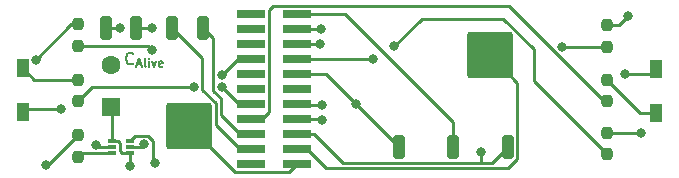
<source format=gbr>
%TF.GenerationSoftware,KiCad,Pcbnew,7.0.1*%
%TF.CreationDate,2023-04-18T16:42:21+09:00*%
%TF.ProjectId,dcc-adapter-board-kato-1.310-21mtc,6463632d-6164-4617-9074-65722d626f61,rev?*%
%TF.SameCoordinates,Original*%
%TF.FileFunction,Copper,L1,Top*%
%TF.FilePolarity,Positive*%
%FSLAX46Y46*%
G04 Gerber Fmt 4.6, Leading zero omitted, Abs format (unit mm)*
G04 Created by KiCad (PCBNEW 7.0.1) date 2023-04-18 16:42:21*
%MOMM*%
%LPD*%
G01*
G04 APERTURE LIST*
G04 Aperture macros list*
%AMRoundRect*
0 Rectangle with rounded corners*
0 $1 Rounding radius*
0 $2 $3 $4 $5 $6 $7 $8 $9 X,Y pos of 4 corners*
0 Add a 4 corners polygon primitive as box body*
4,1,4,$2,$3,$4,$5,$6,$7,$8,$9,$2,$3,0*
0 Add four circle primitives for the rounded corners*
1,1,$1+$1,$2,$3*
1,1,$1+$1,$4,$5*
1,1,$1+$1,$6,$7*
1,1,$1+$1,$8,$9*
0 Add four rect primitives between the rounded corners*
20,1,$1+$1,$2,$3,$4,$5,0*
20,1,$1+$1,$4,$5,$6,$7,0*
20,1,$1+$1,$6,$7,$8,$9,0*
20,1,$1+$1,$8,$9,$2,$3,0*%
G04 Aperture macros list end*
%ADD10C,0.150000*%
%TA.AperFunction,NonConductor*%
%ADD11C,0.150000*%
%TD*%
%TA.AperFunction,SMDPad,CuDef*%
%ADD12R,2.400000X0.740000*%
%TD*%
%TA.AperFunction,SMDPad,CuDef*%
%ADD13RoundRect,0.237500X0.237500X-0.250000X0.237500X0.250000X-0.237500X0.250000X-0.237500X-0.250000X0*%
%TD*%
%TA.AperFunction,SMDPad,CuDef*%
%ADD14RoundRect,0.250000X-0.250000X-0.750000X0.250000X-0.750000X0.250000X0.750000X-0.250000X0.750000X0*%
%TD*%
%TA.AperFunction,SMDPad,CuDef*%
%ADD15R,0.700000X0.340000*%
%TD*%
%TA.AperFunction,ComponentPad*%
%ADD16RoundRect,0.250002X-1.699998X-1.699998X1.699998X-1.699998X1.699998X1.699998X-1.699998X1.699998X0*%
%TD*%
%TA.AperFunction,SMDPad,CuDef*%
%ADD17RoundRect,0.203704X-0.346296X0.596296X-0.346296X-0.596296X0.346296X-0.596296X0.346296X0.596296X0*%
%TD*%
%TA.AperFunction,SMDPad,CuDef*%
%ADD18RoundRect,0.203704X0.346296X-0.596296X0.346296X0.596296X-0.346296X0.596296X-0.346296X-0.596296X0*%
%TD*%
%TA.AperFunction,ComponentPad*%
%ADD19RoundRect,0.250000X0.550000X-0.550000X0.550000X0.550000X-0.550000X0.550000X-0.550000X-0.550000X0*%
%TD*%
%TA.AperFunction,ComponentPad*%
%ADD20C,1.600000*%
%TD*%
%TA.AperFunction,ViaPad*%
%ADD21C,0.800000*%
%TD*%
%TA.AperFunction,Conductor*%
%ADD22C,0.250000*%
%TD*%
G04 APERTURE END LIST*
D10*
D11*
X75809523Y-31082380D02*
X75761904Y-31130000D01*
X75761904Y-31130000D02*
X75619047Y-31177619D01*
X75619047Y-31177619D02*
X75523809Y-31177619D01*
X75523809Y-31177619D02*
X75380952Y-31130000D01*
X75380952Y-31130000D02*
X75285714Y-31034761D01*
X75285714Y-31034761D02*
X75238095Y-30939523D01*
X75238095Y-30939523D02*
X75190476Y-30749047D01*
X75190476Y-30749047D02*
X75190476Y-30606190D01*
X75190476Y-30606190D02*
X75238095Y-30415714D01*
X75238095Y-30415714D02*
X75285714Y-30320476D01*
X75285714Y-30320476D02*
X75380952Y-30225238D01*
X75380952Y-30225238D02*
X75523809Y-30177619D01*
X75523809Y-30177619D02*
X75619047Y-30177619D01*
X75619047Y-30177619D02*
X75761904Y-30225238D01*
X75761904Y-30225238D02*
X75809523Y-30272857D01*
X76133333Y-31173333D02*
X76466666Y-31173333D01*
X76066666Y-31373333D02*
X76300000Y-30673333D01*
X76300000Y-30673333D02*
X76533333Y-31373333D01*
X76866666Y-31373333D02*
X76800000Y-31340000D01*
X76800000Y-31340000D02*
X76766666Y-31273333D01*
X76766666Y-31273333D02*
X76766666Y-30673333D01*
X77133333Y-31373333D02*
X77133333Y-30906666D01*
X77133333Y-30673333D02*
X77100000Y-30706666D01*
X77100000Y-30706666D02*
X77133333Y-30740000D01*
X77133333Y-30740000D02*
X77166667Y-30706666D01*
X77166667Y-30706666D02*
X77133333Y-30673333D01*
X77133333Y-30673333D02*
X77133333Y-30740000D01*
X77400000Y-30906666D02*
X77566666Y-31373333D01*
X77566666Y-31373333D02*
X77733333Y-30906666D01*
X78266666Y-31340000D02*
X78199999Y-31373333D01*
X78199999Y-31373333D02*
X78066666Y-31373333D01*
X78066666Y-31373333D02*
X77999999Y-31340000D01*
X77999999Y-31340000D02*
X77966666Y-31273333D01*
X77966666Y-31273333D02*
X77966666Y-31006666D01*
X77966666Y-31006666D02*
X77999999Y-30940000D01*
X77999999Y-30940000D02*
X78066666Y-30906666D01*
X78066666Y-30906666D02*
X78199999Y-30906666D01*
X78199999Y-30906666D02*
X78266666Y-30940000D01*
X78266666Y-30940000D02*
X78299999Y-31006666D01*
X78299999Y-31006666D02*
X78299999Y-31073333D01*
X78299999Y-31073333D02*
X77966666Y-31140000D01*
D12*
%TO.P,21MTC1,1,Input_1*%
%TO.N,unconnected-(21MTC1-Input_1-Pad1)*%
X85762000Y-26924000D03*
%TO.P,21MTC1,2,Input_2*%
%TO.N,unconnected-(21MTC1-Input_2-Pad2)*%
X85762000Y-28194000D03*
%TO.P,21MTC1,3,Aux_6*%
%TO.N,unconnected-(21MTC1-Aux_6-Pad3)*%
X85762000Y-29464000D03*
%TO.P,21MTC1,4,Aux_4*%
%TO.N,Net-(21MTC1-Aux_4)*%
X85762000Y-30734000D03*
%TO.P,21MTC1,5,Bus_Clock*%
%TO.N,unconnected-(21MTC1-Bus_Clock-Pad5)*%
X85762000Y-32004000D03*
%TO.P,21MTC1,6,Bus_Data*%
%TO.N,unconnected-(21MTC1-Bus_Data-Pad6)*%
X85762000Y-33274000D03*
%TO.P,21MTC1,7,Rearlight*%
%TO.N,Net-(21MTC1-Rearlight)*%
X85762000Y-34544000D03*
%TO.P,21MTC1,8,Frontlight*%
%TO.N,Net-(21MTC1-Frontlight)*%
X85762000Y-35814000D03*
%TO.P,21MTC1,9,Speaker_1*%
%TO.N,Net-(Speaker_{2}1-Pin_1)*%
X85762000Y-37084000D03*
%TO.P,21MTC1,10,Speaker_1*%
%TO.N,Net-(Speaker_{1}1-Pin_1)*%
X85762000Y-38354000D03*
%TO.P,21MTC1,11,Not_Connected*%
%TO.N,unconnected-(21MTC1-Not_Connected-Pad11)*%
X85762000Y-39624000D03*
%TO.P,21MTC1,12,Vcc*%
%TO.N,Net-(+3.3V1-Pin_1)*%
X89662000Y-26924000D03*
%TO.P,21MTC1,13,Aux_3*%
%TO.N,Net-(21MTC1-Aux_3)*%
X89662000Y-28194000D03*
%TO.P,21MTC1,14,Aux_2*%
%TO.N,Net-(21MTC1-Aux_2)*%
X89662000Y-29464000D03*
%TO.P,21MTC1,15,Aux_1*%
%TO.N,Net-(21MTC1-Aux_1)*%
X89662000Y-30734000D03*
%TO.P,21MTC1,16,V+*%
%TO.N,+12V*%
X89662000Y-32004000D03*
%TO.P,21MTC1,17,Aux_5*%
%TO.N,unconnected-(21MTC1-Aux_5-Pad17)*%
X89662000Y-33274000D03*
%TO.P,21MTC1,18,Motor_2*%
%TO.N,Net-(21MTC1-Motor_2)*%
X89662000Y-34544000D03*
%TO.P,21MTC1,19,Motor_1*%
%TO.N,Net-(21MTC1-Motor_1)*%
X89662000Y-35814000D03*
%TO.P,21MTC1,20,GND*%
%TO.N,GND*%
X89662000Y-37084000D03*
%TO.P,21MTC1,21,Rail_Left*%
%TO.N,Net-(21MTC1-Rail_Left)*%
X89662000Y-38354000D03*
%TO.P,21MTC1,22,Rail_Right*%
%TO.N,Net-(21MTC1-Rail_Right)*%
X89662000Y-39624000D03*
%TD*%
D13*
%TO.P,R_{Front_Right}1,1*%
%TO.N,Net-(21MTC1-Aux_1)*%
X115900000Y-38800000D03*
%TO.P,R_{Front_Right}1,2*%
%TO.N,Net-(LED_{Front_Right}1-K)*%
X115900000Y-36975000D03*
%TD*%
D14*
%TO.P,Speaker_{2}1,1,Pin_1*%
%TO.N,Net-(Speaker_{2}1-Pin_1)*%
X81700000Y-28100000D03*
%TD*%
D15*
%TO.P,MOS1,1,S*%
%TO.N,GND*%
X74000000Y-37700000D03*
%TO.P,MOS1,2,G*%
%TO.N,Net-(21MTC1-Aux_3)*%
X74000000Y-38200000D03*
%TO.P,MOS1,3,D*%
%TO.N,Net-(MOS1B-D)*%
X74000000Y-38700000D03*
%TO.P,MOS1,4,S*%
%TO.N,GND*%
X75500000Y-38700000D03*
%TO.P,MOS1,5,G*%
%TO.N,Net-(21MTC1-Aux_4)*%
X75500000Y-38200000D03*
%TO.P,MOS1,6,D*%
%TO.N,Net-(MOS1A-D)*%
X75500000Y-37700000D03*
%TD*%
D16*
%TO.P,Rail_{Right}1,1,Pin_1*%
%TO.N,Net-(21MTC1-Rail_Right)*%
X80500000Y-36400000D03*
%TD*%
D13*
%TO.P,R_{Rear}1,1*%
%TO.N,Net-(21MTC1-Rearlight)*%
X71100000Y-34300000D03*
%TO.P,R_{Rear}1,2*%
%TO.N,Net-(LED_{Rear}1-K)*%
X71100000Y-32475000D03*
%TD*%
D17*
%TO.P,LED_{Front}1,1,K*%
%TO.N,Net-(LED_{Front}1-K)*%
X120070000Y-35300000D03*
%TO.P,LED_{Front}1,2,A*%
%TO.N,+12V*%
X120070000Y-31600000D03*
%TD*%
D14*
%TO.P,Speaker_{1}1,1,Pin_1*%
%TO.N,Net-(Speaker_{1}1-Pin_1)*%
X79100000Y-28100000D03*
%TD*%
D16*
%TO.P,Rail_{Left}1,1,Pin_1*%
%TO.N,Net-(21MTC1-Rail_Left)*%
X106000000Y-30400000D03*
%TD*%
D14*
%TO.P,Motor_{2}1,1,Pin_1*%
%TO.N,Net-(21MTC1-Motor_2)*%
X76000000Y-28100000D03*
%TD*%
%TO.P,GND1,1,Pin_1*%
%TO.N,GND*%
X107500000Y-38200000D03*
%TD*%
D13*
%TO.P,R_{Front}1,1*%
%TO.N,Net-(21MTC1-Frontlight)*%
X115900000Y-34300000D03*
%TO.P,R_{Front}1,2*%
%TO.N,Net-(LED_{Front}1-K)*%
X115900000Y-32475000D03*
%TD*%
D14*
%TO.P,Motor_{1}1,1,Pin_1*%
%TO.N,Net-(21MTC1-Motor_1)*%
X73500000Y-28100000D03*
%TD*%
D13*
%TO.P,R_{Rear_Left}1,1*%
%TO.N,Net-(21MTC1-Aux_2)*%
X71100000Y-29612500D03*
%TO.P,R_{Rear_Left}1,2*%
%TO.N,Net-(LED_{Rear_Left}1-K)*%
X71100000Y-27787500D03*
%TD*%
D18*
%TO.P,LED_{Rear}1,1,K*%
%TO.N,Net-(LED_{Rear}1-K)*%
X66430000Y-31500000D03*
%TO.P,LED_{Rear}1,2,A*%
%TO.N,+12V*%
X66430000Y-35200000D03*
%TD*%
D19*
%TO.P,C_{Alive}1,1*%
%TO.N,GND*%
X73900000Y-34800000D03*
D20*
%TO.P,C_{Alive}1,2*%
%TO.N,+12V*%
X73900000Y-31200000D03*
%TD*%
D13*
%TO.P,R_{Front_Left}1,1*%
%TO.N,Net-(MOS1A-D)*%
X115900000Y-29700000D03*
%TO.P,R_{Front_Left}1,2*%
%TO.N,Net-(LED_{Front_Left}1-K)*%
X115900000Y-27875000D03*
%TD*%
%TO.P,R_{Rear_Right}1,1*%
%TO.N,Net-(MOS1B-D)*%
X71100000Y-39012500D03*
%TO.P,R_{Rear_Right}1,2*%
%TO.N,Net-(LED_{Rear_Right}1-K)*%
X71100000Y-37187500D03*
%TD*%
D14*
%TO.P,+3.3V1,1,Pin_1*%
%TO.N,Net-(+3.3V1-Pin_1)*%
X102900000Y-38200000D03*
%TD*%
%TO.P,+12V1,1,Pin_1*%
%TO.N,+12V*%
X98300000Y-38200000D03*
%TD*%
D21*
%TO.N,+12V*%
X117400000Y-32000000D03*
X69700000Y-35000000D03*
%TO.N,Net-(21MTC1-Aux_4)*%
X83299500Y-32100000D03*
X76700000Y-37950500D03*
%TO.N,GND*%
X105200000Y-38600000D03*
X75500000Y-39800000D03*
%TO.N,Net-(21MTC1-Rearlight)*%
X83300000Y-33100000D03*
X80900000Y-33100000D03*
%TO.N,+12V*%
X94650000Y-34550000D03*
%TO.N,Net-(21MTC1-Aux_3)*%
X91700000Y-28200000D03*
X72600000Y-37975500D03*
%TO.N,Net-(21MTC1-Aux_2)*%
X77400000Y-30000000D03*
X91600000Y-29500000D03*
%TO.N,Net-(21MTC1-Aux_1)*%
X96100000Y-30700000D03*
X97850000Y-29650000D03*
%TO.N,Net-(21MTC1-Motor_2)*%
X91800000Y-34600000D03*
X77400000Y-28100000D03*
%TO.N,Net-(21MTC1-Motor_1)*%
X74700000Y-28100000D03*
X91800000Y-35900000D03*
%TO.N,Net-(LED_{Front_Left}1-K)*%
X117700000Y-27100000D03*
%TO.N,Net-(LED_{Front_Right}1-K)*%
X118800000Y-36975000D03*
%TO.N,Net-(LED_{Rear_Left}1-K)*%
X67568623Y-30771963D03*
%TO.N,Net-(LED_{Rear_Right}1-K)*%
X68400000Y-39700000D03*
%TO.N,Net-(MOS1A-D)*%
X77600000Y-39500000D03*
X112100000Y-29700000D03*
%TD*%
D22*
%TO.N,+12V*%
X119670000Y-32000000D02*
X120070000Y-31600000D01*
X117400000Y-32000000D02*
X119670000Y-32000000D01*
X66630000Y-35000000D02*
X66430000Y-35200000D01*
X69700000Y-35000000D02*
X66630000Y-35000000D01*
%TO.N,Net-(21MTC1-Aux_2)*%
X77012500Y-29612500D02*
X77400000Y-30000000D01*
X71100000Y-29612500D02*
X77012500Y-29612500D01*
%TO.N,Net-(21MTC1-Motor_1)*%
X91714000Y-35814000D02*
X91800000Y-35900000D01*
X89662000Y-35814000D02*
X91714000Y-35814000D01*
%TO.N,Net-(21MTC1-Aux_4)*%
X84665500Y-30734000D02*
X85762000Y-30734000D01*
X76450500Y-38200000D02*
X75500000Y-38200000D01*
X83299500Y-32100000D02*
X84665500Y-30734000D01*
X76700000Y-37950500D02*
X76450500Y-38200000D01*
%TO.N,GND*%
X107500000Y-38200000D02*
X106175000Y-39525000D01*
X91084000Y-37084000D02*
X89662000Y-37084000D01*
X93525000Y-39525000D02*
X91084000Y-37084000D01*
X74830000Y-38700000D02*
X74675000Y-38545000D01*
X105200000Y-39525000D02*
X93525000Y-39525000D01*
X106175000Y-39525000D02*
X105200000Y-39525000D01*
X75500000Y-39800000D02*
X75500000Y-38700000D01*
X75500000Y-38700000D02*
X74830000Y-38700000D01*
X74500000Y-37700000D02*
X74000000Y-37700000D01*
X105200000Y-39525000D02*
X105200000Y-38600000D01*
X74675000Y-37875000D02*
X74500000Y-37700000D01*
X74000000Y-37700000D02*
X74000000Y-34900000D01*
X74675000Y-38545000D02*
X74675000Y-37875000D01*
X74000000Y-34900000D02*
X73900000Y-34800000D01*
%TO.N,Net-(21MTC1-Rearlight)*%
X72300000Y-33100000D02*
X71100000Y-34300000D01*
X83300000Y-33100000D02*
X84744000Y-34544000D01*
X80900000Y-33100000D02*
X72300000Y-33100000D01*
X84744000Y-34544000D02*
X85762000Y-34544000D01*
%TO.N,Net-(21MTC1-Frontlight)*%
X86712000Y-35814000D02*
X87287000Y-35239000D01*
X107603695Y-26229000D02*
X115674695Y-34300000D01*
X87287000Y-26600000D02*
X87658000Y-26229000D01*
X85762000Y-35814000D02*
X86712000Y-35814000D01*
X115674695Y-34300000D02*
X115900000Y-34300000D01*
X87287000Y-35239000D02*
X87287000Y-26600000D01*
X87658000Y-26229000D02*
X107603695Y-26229000D01*
%TO.N,+12V*%
X98300000Y-38200000D02*
X92104000Y-32004000D01*
X92104000Y-32004000D02*
X89662000Y-32004000D01*
%TO.N,Net-(21MTC1-Aux_3)*%
X72824500Y-38200000D02*
X72600000Y-37975500D01*
X90492000Y-28194000D02*
X89662000Y-28194000D01*
X91700000Y-28200000D02*
X90498000Y-28200000D01*
X90498000Y-28200000D02*
X90492000Y-28194000D01*
X74000000Y-38200000D02*
X72824500Y-38200000D01*
%TO.N,Net-(21MTC1-Aux_2)*%
X91564000Y-29464000D02*
X89662000Y-29464000D01*
X91600000Y-29500000D02*
X91564000Y-29464000D01*
%TO.N,Net-(21MTC1-Aux_1)*%
X107113172Y-27300000D02*
X109700000Y-29886828D01*
X97850000Y-29650000D02*
X100200000Y-27300000D01*
X100200000Y-27300000D02*
X107113172Y-27300000D01*
X96066000Y-30734000D02*
X96100000Y-30700000D01*
X89662000Y-30734000D02*
X96066000Y-30734000D01*
X109700000Y-32600000D02*
X115900000Y-38800000D01*
X109700000Y-29886828D02*
X109700000Y-32600000D01*
%TO.N,Net-(21MTC1-Motor_2)*%
X91800000Y-34600000D02*
X89718000Y-34600000D01*
X89718000Y-34600000D02*
X89662000Y-34544000D01*
X76000000Y-28100000D02*
X77400000Y-28100000D01*
%TO.N,Net-(21MTC1-Motor_1)*%
X73500000Y-28100000D02*
X74700000Y-28100000D01*
%TO.N,Net-(21MTC1-Rail_Left)*%
X108325000Y-32725000D02*
X106000000Y-30400000D01*
X89662000Y-38354000D02*
X90492000Y-38354000D01*
X92113000Y-39975000D02*
X107538173Y-39975000D01*
X108325000Y-39188173D02*
X108325000Y-32725000D01*
X107538173Y-39975000D02*
X108325000Y-39188173D01*
X90492000Y-38354000D02*
X92113000Y-39975000D01*
%TO.N,Net-(21MTC1-Rail_Right)*%
X84419000Y-40319000D02*
X80500000Y-36400000D01*
X88967000Y-40319000D02*
X84419000Y-40319000D01*
X89662000Y-39624000D02*
X88967000Y-40319000D01*
%TO.N,Net-(LED_{Front}1-K)*%
X118725000Y-35300000D02*
X115900000Y-32475000D01*
X120070000Y-35300000D02*
X118725000Y-35300000D01*
%TO.N,Net-(LED_{Rear}1-K)*%
X71100000Y-32475000D02*
X67405000Y-32475000D01*
X67405000Y-32475000D02*
X66430000Y-31500000D01*
%TO.N,Net-(+3.3V1-Pin_1)*%
X89662000Y-26924000D02*
X93724000Y-26924000D01*
X93724000Y-26924000D02*
X102900000Y-36100000D01*
X102900000Y-36100000D02*
X102900000Y-38200000D01*
%TO.N,Net-(Speaker_{2}1-Pin_1)*%
X83225000Y-35497000D02*
X84812000Y-37084000D01*
X84812000Y-37084000D02*
X85762000Y-37084000D01*
X82575000Y-33400305D02*
X82575000Y-28975000D01*
X83225000Y-35497000D02*
X83225000Y-34050305D01*
X82575000Y-28975000D02*
X81700000Y-28100000D01*
X83225000Y-34050305D02*
X82575000Y-33400305D01*
%TO.N,Net-(LED_{Front_Left}1-K)*%
X115900000Y-27875000D02*
X116925000Y-27875000D01*
X116925000Y-27875000D02*
X117700000Y-27100000D01*
%TO.N,Net-(LED_{Front_Right}1-K)*%
X115900000Y-36975000D02*
X118800000Y-36975000D01*
%TO.N,Net-(LED_{Rear_Left}1-K)*%
X70553086Y-27787500D02*
X67568623Y-30771963D01*
X71100000Y-27787500D02*
X70553086Y-27787500D01*
%TO.N,Net-(LED_{Rear_Right}1-K)*%
X68587500Y-39700000D02*
X68400000Y-39700000D01*
X71100000Y-37187500D02*
X68587500Y-39700000D01*
%TO.N,Net-(MOS1A-D)*%
X112100000Y-29700000D02*
X115900000Y-29700000D01*
X77425000Y-39325000D02*
X77425000Y-37650195D01*
X77000305Y-37225500D02*
X75974500Y-37225500D01*
X77600000Y-39500000D02*
X77425000Y-39325000D01*
X75974500Y-37225500D02*
X75500000Y-37700000D01*
X77425000Y-37650195D02*
X77000305Y-37225500D01*
%TO.N,Net-(MOS1B-D)*%
X71412500Y-38700000D02*
X74000000Y-38700000D01*
X71100000Y-39012500D02*
X71412500Y-38700000D01*
%TO.N,Net-(Speaker_{1}1-Pin_1)*%
X82775000Y-36317000D02*
X82775000Y-34461828D01*
X85762000Y-38354000D02*
X84812000Y-38354000D01*
X84812000Y-38354000D02*
X82775000Y-36317000D01*
X81625000Y-30625000D02*
X79100000Y-28100000D01*
X82775000Y-34461828D02*
X81625000Y-33311828D01*
X81625000Y-33311828D02*
X81625000Y-30625000D01*
%TD*%
M02*

</source>
